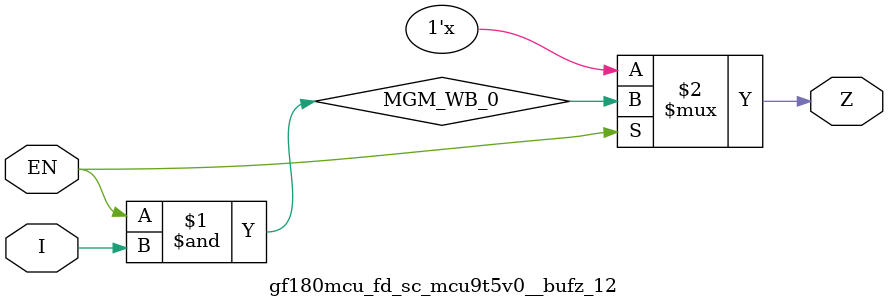
<source format=v>

module gf180mcu_fd_sc_mcu9t5v0__bufz_12( EN, I, Z );
input EN, I;
output Z;

	wire MGM_WB_0;

	wire MGM_WB_1;

	and MGM_BG_0( MGM_WB_0, EN, I );

	not MGM_BG_1( MGM_WB_1, EN );

	bufif0 MGM_BG_2( Z, MGM_WB_0,MGM_WB_1 );

endmodule

</source>
